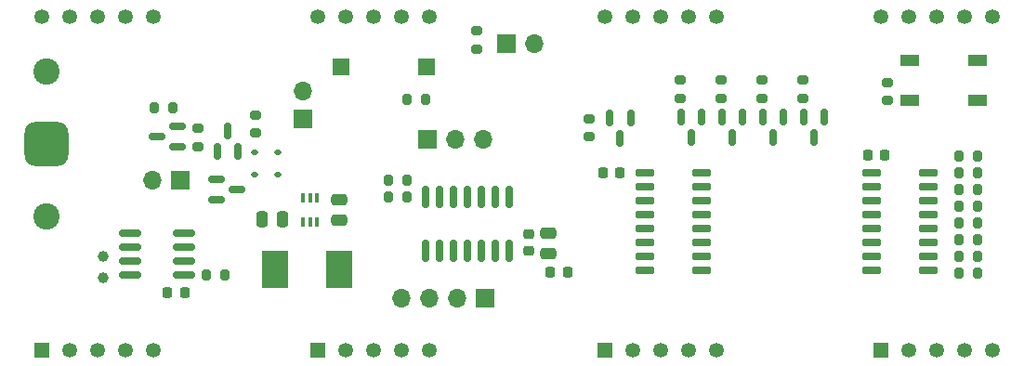
<source format=gbs>
G04 #@! TF.GenerationSoftware,KiCad,Pcbnew,8.0.4*
G04 #@! TF.CreationDate,2024-08-10T20:36:19+03:00*
G04 #@! TF.ProjectId,7clock,37636c6f-636b-42e6-9b69-6361645f7063,rev?*
G04 #@! TF.SameCoordinates,Original*
G04 #@! TF.FileFunction,Soldermask,Bot*
G04 #@! TF.FilePolarity,Negative*
%FSLAX46Y46*%
G04 Gerber Fmt 4.6, Leading zero omitted, Abs format (unit mm)*
G04 Created by KiCad (PCBNEW 8.0.4) date 2024-08-10 20:36:19*
%MOMM*%
%LPD*%
G01*
G04 APERTURE LIST*
G04 Aperture macros list*
%AMRoundRect*
0 Rectangle with rounded corners*
0 $1 Rounding radius*
0 $2 $3 $4 $5 $6 $7 $8 $9 X,Y pos of 4 corners*
0 Add a 4 corners polygon primitive as box body*
4,1,4,$2,$3,$4,$5,$6,$7,$8,$9,$2,$3,0*
0 Add four circle primitives for the rounded corners*
1,1,$1+$1,$2,$3*
1,1,$1+$1,$4,$5*
1,1,$1+$1,$6,$7*
1,1,$1+$1,$8,$9*
0 Add four rect primitives between the rounded corners*
20,1,$1+$1,$2,$3,$4,$5,0*
20,1,$1+$1,$4,$5,$6,$7,0*
20,1,$1+$1,$6,$7,$8,$9,0*
20,1,$1+$1,$8,$9,$2,$3,0*%
G04 Aperture macros list end*
%ADD10R,1.350000X1.350000*%
%ADD11C,1.350000*%
%ADD12RoundRect,0.200000X0.275000X-0.200000X0.275000X0.200000X-0.275000X0.200000X-0.275000X-0.200000X0*%
%ADD13RoundRect,0.200000X-0.200000X-0.275000X0.200000X-0.275000X0.200000X0.275000X-0.200000X0.275000X0*%
%ADD14RoundRect,0.150000X-0.587500X-0.150000X0.587500X-0.150000X0.587500X0.150000X-0.587500X0.150000X0*%
%ADD15RoundRect,0.200000X-0.275000X0.200000X-0.275000X-0.200000X0.275000X-0.200000X0.275000X0.200000X0*%
%ADD16RoundRect,0.112500X0.187500X0.112500X-0.187500X0.112500X-0.187500X-0.112500X0.187500X-0.112500X0*%
%ADD17R,2.413000X3.429000*%
%ADD18RoundRect,0.100000X-0.100000X0.350000X-0.100000X-0.350000X0.100000X-0.350000X0.100000X0.350000X0*%
%ADD19RoundRect,0.150000X-0.150000X0.587500X-0.150000X-0.587500X0.150000X-0.587500X0.150000X0.587500X0*%
%ADD20RoundRect,0.218750X0.218750X0.256250X-0.218750X0.256250X-0.218750X-0.256250X0.218750X-0.256250X0*%
%ADD21R,1.800000X1.100000*%
%ADD22RoundRect,0.250000X0.475000X-0.250000X0.475000X0.250000X-0.475000X0.250000X-0.475000X-0.250000X0*%
%ADD23RoundRect,0.200000X0.200000X0.275000X-0.200000X0.275000X-0.200000X-0.275000X0.200000X-0.275000X0*%
%ADD24R,1.700000X1.700000*%
%ADD25O,1.700000X1.700000*%
%ADD26RoundRect,0.225000X0.225000X0.250000X-0.225000X0.250000X-0.225000X-0.250000X0.225000X-0.250000X0*%
%ADD27RoundRect,0.150000X0.150000X-0.825000X0.150000X0.825000X-0.150000X0.825000X-0.150000X-0.825000X0*%
%ADD28C,2.400000*%
%ADD29RoundRect,1.000000X-1.000000X1.000000X-1.000000X-1.000000X1.000000X-1.000000X1.000000X1.000000X0*%
%ADD30RoundRect,0.150000X0.725000X0.150000X-0.725000X0.150000X-0.725000X-0.150000X0.725000X-0.150000X0*%
%ADD31RoundRect,0.150000X0.587500X0.150000X-0.587500X0.150000X-0.587500X-0.150000X0.587500X-0.150000X0*%
%ADD32RoundRect,0.150000X0.150000X-0.587500X0.150000X0.587500X-0.150000X0.587500X-0.150000X-0.587500X0*%
%ADD33R,1.500000X1.500000*%
%ADD34RoundRect,0.150000X-0.825000X-0.150000X0.825000X-0.150000X0.825000X0.150000X-0.825000X0.150000X0*%
%ADD35C,1.000000*%
%ADD36RoundRect,0.250000X0.250000X0.475000X-0.250000X0.475000X-0.250000X-0.475000X0.250000X-0.475000X0*%
%ADD37RoundRect,0.225000X0.250000X-0.225000X0.250000X0.225000X-0.250000X0.225000X-0.250000X-0.225000X0*%
%ADD38RoundRect,0.225000X-0.225000X-0.250000X0.225000X-0.250000X0.225000X0.250000X-0.225000X0.250000X0*%
G04 APERTURE END LIST*
D10*
G04 #@! TO.C,DS4*
X113340000Y-93218000D03*
D11*
X115880000Y-93218000D03*
X118420000Y-93218000D03*
X120960000Y-93218000D03*
X123500000Y-93218000D03*
X123500000Y-62818000D03*
X120960000Y-62818000D03*
X118420000Y-62818000D03*
X115880000Y-62818000D03*
X113340000Y-62818000D03*
G04 #@! TD*
D10*
G04 #@! TO.C,DS3*
X138486000Y-93218000D03*
D11*
X141026000Y-93218000D03*
X143566000Y-93218000D03*
X146106000Y-93218000D03*
X148646000Y-93218000D03*
X148646000Y-62818000D03*
X146106000Y-62818000D03*
X143566000Y-62818000D03*
X141026000Y-62818000D03*
X138486000Y-62818000D03*
G04 #@! TD*
D10*
G04 #@! TO.C,DS1*
X189840000Y-93218000D03*
D11*
X192380000Y-93218000D03*
X194920000Y-93218000D03*
X197460000Y-93218000D03*
X200000000Y-93218000D03*
X200000000Y-62818000D03*
X197460000Y-62818000D03*
X194920000Y-62818000D03*
X192380000Y-62818000D03*
X189840000Y-62818000D03*
G04 #@! TD*
D10*
G04 #@! TO.C,DS2*
X164694000Y-93218000D03*
D11*
X167234000Y-93218000D03*
X169774000Y-93218000D03*
X172314000Y-93218000D03*
X174854000Y-93218000D03*
X174854000Y-62818000D03*
X172314000Y-62818000D03*
X169774000Y-62818000D03*
X167234000Y-62818000D03*
X164694000Y-62818000D03*
G04 #@! TD*
D12*
G04 #@! TO.C,R22*
X132842000Y-73469000D03*
X132842000Y-71819000D03*
G04 #@! TD*
D13*
G04 #@! TO.C,R13*
X196973000Y-86254000D03*
X198623000Y-86254000D03*
G04 #@! TD*
D14*
G04 #@! TO.C,Q6*
X129316000Y-79563000D03*
X129316000Y-77663000D03*
X131191000Y-78613000D03*
G04 #@! TD*
D15*
G04 #@! TO.C,R18*
X163276000Y-72161000D03*
X163276000Y-73811000D03*
G04 #@! TD*
D16*
G04 #@! TO.C,D1*
X134908000Y-75184000D03*
X132808000Y-75184000D03*
G04 #@! TD*
D12*
G04 #@! TO.C,R17*
X182753000Y-70294000D03*
X182753000Y-68644000D03*
G04 #@! TD*
D17*
G04 #@! TO.C,L1*
X134620000Y-85913000D03*
X140462000Y-85913000D03*
G04 #@! TD*
D18*
G04 #@! TO.C,U5*
X137160000Y-79395000D03*
X137810000Y-79395000D03*
X138460000Y-79395000D03*
X138460000Y-81595000D03*
X137810000Y-81595000D03*
X137160000Y-81595000D03*
G04 #@! TD*
D19*
G04 #@! TO.C,Q2*
X175324333Y-72000000D03*
X177224333Y-72000000D03*
X176274333Y-73875000D03*
G04 #@! TD*
G04 #@! TO.C,Q4*
X182773000Y-72000000D03*
X184673000Y-72000000D03*
X183723000Y-73875000D03*
G04 #@! TD*
D13*
G04 #@! TO.C,R11*
X196973000Y-83206000D03*
X198623000Y-83206000D03*
G04 #@! TD*
D12*
G04 #@! TO.C,R15*
X175302333Y-70294000D03*
X175302333Y-68644000D03*
G04 #@! TD*
D13*
G04 #@! TO.C,R23*
X123635000Y-71120000D03*
X125285000Y-71120000D03*
G04 #@! TD*
G04 #@! TO.C,R5*
X146685000Y-70358000D03*
X148335000Y-70358000D03*
G04 #@! TD*
G04 #@! TO.C,R10*
X196973000Y-81682000D03*
X198623000Y-81682000D03*
G04 #@! TD*
D20*
G04 #@! TO.C,FB1*
X161290000Y-86106000D03*
X159715000Y-86106000D03*
G04 #@! TD*
D21*
G04 #@! TO.C,SW1*
X192428000Y-70502000D03*
X198628000Y-70502000D03*
X192428000Y-66802000D03*
X198628000Y-66802000D03*
G04 #@! TD*
D22*
G04 #@! TO.C,C7*
X140462000Y-81402000D03*
X140462000Y-79502000D03*
G04 #@! TD*
D23*
G04 #@! TO.C,R20*
X146621000Y-77724000D03*
X144971000Y-77724000D03*
G04 #@! TD*
D24*
G04 #@! TO.C,J3*
X153797000Y-88519000D03*
D25*
X151257000Y-88519000D03*
X148717000Y-88519000D03*
X146177000Y-88519000D03*
G04 #@! TD*
D26*
G04 #@! TO.C,C4*
X166083000Y-77050000D03*
X164533000Y-77050000D03*
G04 #@! TD*
D19*
G04 #@! TO.C,Q5*
X165120000Y-72048500D03*
X167020000Y-72048500D03*
X166070000Y-73923500D03*
G04 #@! TD*
D27*
G04 #@! TO.C,U1*
X155956000Y-84198000D03*
X154686000Y-84198000D03*
X153416000Y-84198000D03*
X152146000Y-84198000D03*
X150876000Y-84198000D03*
X149606000Y-84198000D03*
X148336000Y-84198000D03*
X148336000Y-79248000D03*
X149606000Y-79248000D03*
X150876000Y-79248000D03*
X152146000Y-79248000D03*
X153416000Y-79248000D03*
X154686000Y-79248000D03*
X155956000Y-79248000D03*
G04 #@! TD*
D24*
G04 #@! TO.C,J2*
X137160000Y-72136000D03*
D25*
X137160000Y-69596000D03*
G04 #@! TD*
D28*
G04 #@! TO.C,BT1*
X113792000Y-67822000D03*
X113792000Y-81022000D03*
D29*
X113792000Y-74422000D03*
G04 #@! TD*
D30*
G04 #@! TO.C,U4*
X194150000Y-77110000D03*
X194150000Y-78380000D03*
X194150000Y-79650000D03*
X194150000Y-80920000D03*
X194150000Y-82190000D03*
X194150000Y-83460000D03*
X194150000Y-84730000D03*
X194150000Y-86000000D03*
X189000000Y-86000000D03*
X189000000Y-84730000D03*
X189000000Y-83460000D03*
X189000000Y-82190000D03*
X189000000Y-80920000D03*
X189000000Y-79650000D03*
X189000000Y-78380000D03*
X189000000Y-77110000D03*
G04 #@! TD*
D13*
G04 #@! TO.C,R12*
X196973000Y-84730000D03*
X198623000Y-84730000D03*
G04 #@! TD*
D19*
G04 #@! TO.C,Q3*
X179048666Y-72000000D03*
X180948666Y-72000000D03*
X179998666Y-73875000D03*
G04 #@! TD*
D31*
G04 #@! TO.C,Q7*
X125778500Y-72837000D03*
X125778500Y-74737000D03*
X123903500Y-73787000D03*
G04 #@! TD*
D13*
G04 #@! TO.C,R8*
X196973000Y-78634000D03*
X198623000Y-78634000D03*
G04 #@! TD*
D32*
G04 #@! TO.C,Q8*
X131252000Y-75154000D03*
X129352000Y-75154000D03*
X130302000Y-73279000D03*
G04 #@! TD*
D24*
G04 #@! TO.C,J1*
X148478000Y-74041000D03*
D25*
X151018000Y-74041000D03*
X153558000Y-74041000D03*
G04 #@! TD*
D24*
G04 #@! TO.C,BT2*
X125984000Y-77724000D03*
D25*
X123444000Y-77724000D03*
G04 #@! TD*
D33*
G04 #@! TO.C,SW2*
X148426000Y-67437000D03*
X140626000Y-67437000D03*
G04 #@! TD*
D12*
G04 #@! TO.C,R16*
X179027666Y-70294000D03*
X179027666Y-68644000D03*
G04 #@! TD*
D13*
G04 #@! TO.C,R7*
X196973000Y-77110000D03*
X198623000Y-77110000D03*
G04 #@! TD*
D34*
G04 #@! TO.C,U2*
X121415000Y-86360000D03*
X121415000Y-85090000D03*
X121415000Y-83820000D03*
X121415000Y-82550000D03*
X126365000Y-82550000D03*
X126365000Y-83820000D03*
X126365000Y-85090000D03*
X126365000Y-86360000D03*
G04 #@! TD*
D16*
G04 #@! TO.C,D2*
X134908000Y-77216000D03*
X132808000Y-77216000D03*
G04 #@! TD*
D24*
G04 #@! TO.C,R3*
X155702000Y-65278000D03*
D25*
X158242000Y-65278000D03*
G04 #@! TD*
D35*
G04 #@! TO.C,Y1*
X118999000Y-86609000D03*
X118999000Y-84709000D03*
G04 #@! TD*
D15*
G04 #@! TO.C,R4*
X153035000Y-64136000D03*
X153035000Y-65786000D03*
G04 #@! TD*
D12*
G04 #@! TO.C,R14*
X171577000Y-70294000D03*
X171577000Y-68644000D03*
G04 #@! TD*
G04 #@! TO.C,R21*
X127635000Y-74676000D03*
X127635000Y-73026000D03*
G04 #@! TD*
D13*
G04 #@! TO.C,R9*
X196973000Y-80158000D03*
X198623000Y-80158000D03*
G04 #@! TD*
D36*
G04 #@! TO.C,C6*
X135316000Y-81341000D03*
X133416000Y-81341000D03*
G04 #@! TD*
D30*
G04 #@! TO.C,U3*
X173471000Y-77050000D03*
X173471000Y-78320000D03*
X173471000Y-79590000D03*
X173471000Y-80860000D03*
X173471000Y-82130000D03*
X173471000Y-83400000D03*
X173471000Y-84670000D03*
X173471000Y-85940000D03*
X168321000Y-85940000D03*
X168321000Y-84670000D03*
X168321000Y-83400000D03*
X168321000Y-82130000D03*
X168321000Y-80860000D03*
X168321000Y-79590000D03*
X168321000Y-78320000D03*
X168321000Y-77050000D03*
G04 #@! TD*
D26*
G04 #@! TO.C,C3*
X126378000Y-88011000D03*
X124828000Y-88011000D03*
G04 #@! TD*
D13*
G04 #@! TO.C,R6*
X196973000Y-75586000D03*
X198623000Y-75586000D03*
G04 #@! TD*
D23*
G04 #@! TO.C,R1*
X130047000Y-86360000D03*
X128397000Y-86360000D03*
G04 #@! TD*
D19*
G04 #@! TO.C,Q1*
X171600000Y-72000000D03*
X173500000Y-72000000D03*
X172550000Y-73875000D03*
G04 #@! TD*
D15*
G04 #@! TO.C,R2*
X190396000Y-68834000D03*
X190396000Y-70484000D03*
G04 #@! TD*
D37*
G04 #@! TO.C,C1*
X157734000Y-84211000D03*
X157734000Y-82661000D03*
G04 #@! TD*
D38*
G04 #@! TO.C,C5*
X188641000Y-75459000D03*
X190191000Y-75459000D03*
G04 #@! TD*
D22*
G04 #@! TO.C,C2*
X159512000Y-84452000D03*
X159512000Y-82552000D03*
G04 #@! TD*
D23*
G04 #@! TO.C,R19*
X146621000Y-79248000D03*
X144971000Y-79248000D03*
G04 #@! TD*
M02*

</source>
